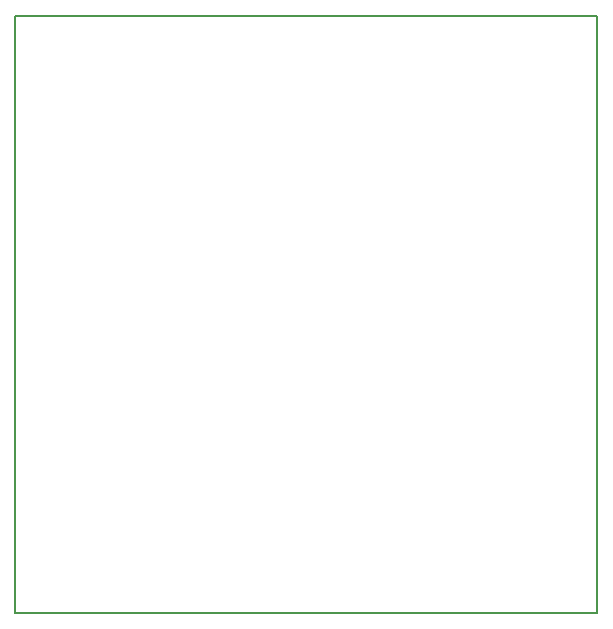
<source format=gbr>
G04 #@! TF.FileFunction,Profile,NP*
%FSLAX46Y46*%
G04 Gerber Fmt 4.6, Leading zero omitted, Abs format (unit mm)*
G04 Created by KiCad (PCBNEW 4.0.1-stable) date 5/9/2016 12:51:22 AM*
%MOMM*%
G01*
G04 APERTURE LIST*
%ADD10C,0.100000*%
%ADD11C,0.150000*%
G04 APERTURE END LIST*
D10*
D11*
X89916000Y-134874000D02*
X89916000Y-185420000D01*
X139192000Y-134874000D02*
X89916000Y-134874000D01*
X139192000Y-134874000D02*
X139192000Y-185420000D01*
X89916000Y-185420000D02*
X139192000Y-185420000D01*
M02*

</source>
